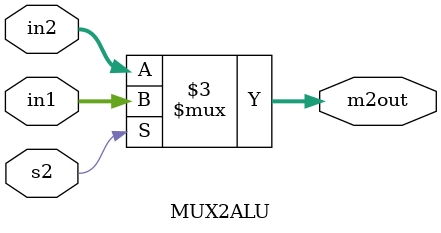
<source format=v>
module MUX2ALU #(parameter width =3) (in1, in2, s2, m2out);



input [width-1:0] in1, in2;
input s2;
output reg [width-1:0] m2out;


always @ (in1, in2, s2)
    
    begin
        if (s2)
            m2out = in1;
        else
            m2out = in2;
    end
        
endmodule //MUX2

</source>
